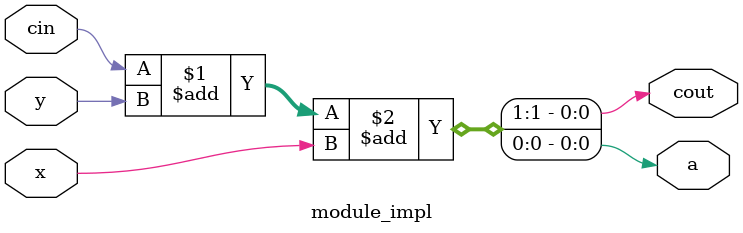
<source format=v>
module module_impl
(
 input x,
 input y,
 input cin,
 
 output a, 
 output cout
 );
 
assign {cout,a} =  cin + y + x;
 
endmodule

</source>
